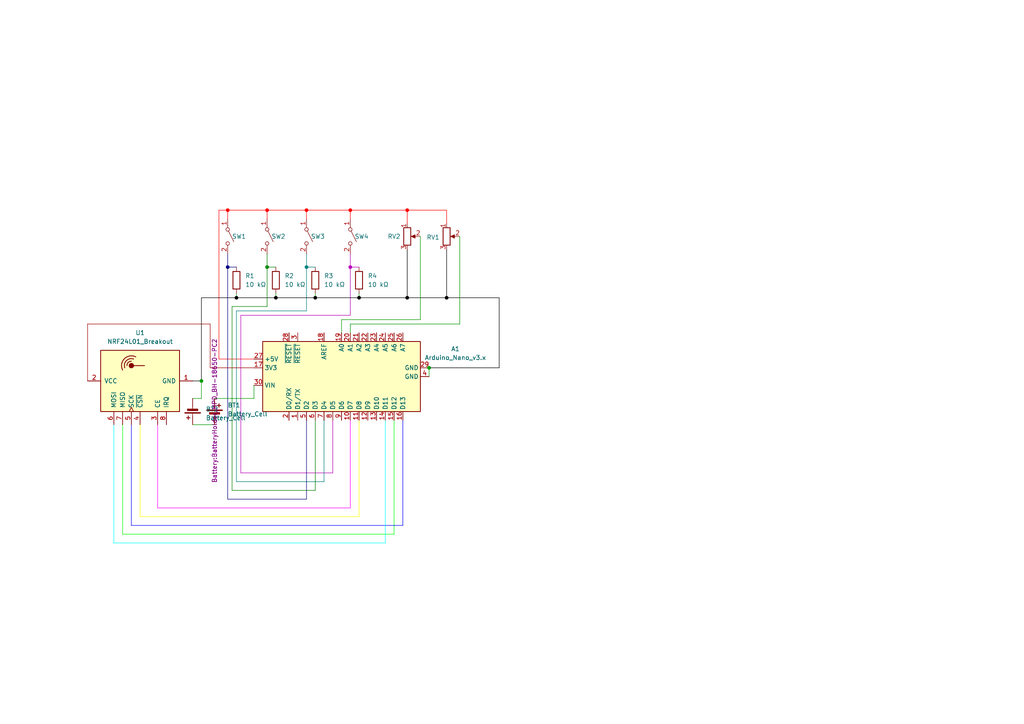
<source format=kicad_sch>
(kicad_sch (version 20250114) (generator "eeschema") (generator_version "9.0")
  (paper "A4")
  (lib_symbols
    (symbol "Device:Battery_Cell" (pin_numbers (hide yes)) (pin_names (offset 0) (hide yes))
      (property "Reference" "BT" (at 2.54 2.54 0))
      (property "Value" "Battery_Cell" (at 2.54 0 0))
      (symbol "Battery_Cell_0_1"
        (rectangle (start -2.286 1.778) (end 2.286 1.524) (fill (type outline)))
        (rectangle (start -1.524 1.016) (end 1.524 0.508) (fill (type outline)))
        (polyline (pts (xy 0 1.778) (xy 0 2.54)))
        (polyline (pts (xy 0 0.762) (xy 0 0)))
        (polyline (pts (xy 0.762 3.048) (xy 1.778 3.048)) (stroke (width 0.254)))
        (polyline (pts (xy 1.27 3.556) (xy 1.27 2.54)) (stroke (width 0.254)))
      )
      (symbol "Battery_Cell_1_1"
        (pin passive line (at 0 5.08 270) (length 2.54) (name "+") (number "1"))
        (pin passive line (at 0 -2.54 90) (length 2.54) (name "-") (number "2"))
      )
    )
    (symbol "Device:R" (pin_numbers (hide yes)) (pin_names (offset 0))
      (property "Reference" "R" (at 2.032 0 90))
      (property "Value" "R" (at 0 0 90))
      (symbol "R_0_1"
        (rectangle (start -1.016 -2.54) (end 1.016 2.54) (stroke (width 0.254)))
      )
      (symbol "R_1_1"
        (pin passive line (at 0 3.81 270) (length 1.27) (name "~") (number "1"))
        (pin passive line (at 0 -3.81 90) (length 1.27) (name "~") (number "2"))
      )
    )
    (symbol "Device:R_Potentiometer" (pin_names (offset 1.016) (hide yes))
      (property "Reference" "RV" (at -4.445 0 90))
      (property "Value" "R_Potentiometer" (at -2.54 0 90))
      (symbol "R_Potentiometer_0_1"
        (rectangle (start 1.016 2.54) (end -1.016 -2.54) (stroke (width 0.254)))
        (polyline (pts (xy 1.143 0) (xy 2.286 0.508) (xy 2.286 -0.508) (xy 1.143 0)) (fill (type outline)))
        (polyline (pts (xy 2.54 0) (xy 1.524 0)))
      )
      (symbol "R_Potentiometer_1_1"
        (pin passive line (at 0 3.81 270) (length 1.27) (name "1") (number "1"))
        (pin passive line (at 0 -3.81 90) (length 1.27) (name "3") (number "3"))
        (pin passive line (at 3.81 0 180) (length 1.27) (name "2") (number "2"))
      )
    )
    (symbol "MCU_Module:Arduino_Nano_v3.x"
      (property "Reference" "A" (at -10.16 23.495 0))
      (property "Value" "Arduino_Nano_v3.x" (at 5.08 -24.13 0))
      (symbol "Arduino_Nano_v3.x_0_1"
        (rectangle (start -10.16 22.86) (end 10.16 -22.86) (stroke (width 0.254)) (fill (type background)))
      )
      (symbol "Arduino_Nano_v3.x_1_1"
        (pin bidirectional line (at -12.7 15.24 0) (length 2.54) (name "D0/RX") (number "2"))
        (pin bidirectional line (at -12.7 12.7 0) (length 2.54) (name "D1/TX") (number "1"))
        (pin bidirectional line (at -12.7 10.16 0) (length 2.54) (name "D2") (number "5"))
        (pin bidirectional line (at -12.7 7.62 0) (length 2.54) (name "D3") (number "6"))
        (pin bidirectional line (at -12.7 5.08 0) (length 2.54) (name "D4") (number "7"))
        (pin bidirectional line (at -12.7 2.54 0) (length 2.54) (name "D5") (number "8"))
        (pin bidirectional line (at -12.7 0 0) (length 2.54) (name "D6") (number "9"))
        (pin bidirectional line (at -12.7 -2.54 0) (length 2.54) (name "D7") (number "10"))
        (pin bidirectional line (at -12.7 -5.08 0) (length 2.54) (name "D8") (number "11"))
        (pin bidirectional line (at -12.7 -7.62 0) (length 2.54) (name "D9") (number "12"))
        (pin bidirectional line (at -12.7 -10.16 0) (length 2.54) (name "D10") (number "13"))
        (pin bidirectional line (at -12.7 -12.7 0) (length 2.54) (name "D11") (number "14"))
        (pin bidirectional line (at -12.7 -15.24 0) (length 2.54) (name "D12") (number "15"))
        (pin bidirectional line (at -12.7 -17.78 0) (length 2.54) (name "D13") (number "16"))
        (pin power_in line (at -2.54 25.4 270) (length 2.54) (name "VIN") (number "30"))
        (pin power_in line (at 0 -25.4 90) (length 2.54) (name "GND") (number "4"))
        (pin power_out line (at 2.54 25.4 270) (length 2.54) (name "3V3") (number "17"))
        (pin power_in line (at 2.54 -25.4 90) (length 2.54) (name "GND") (number "29"))
        (pin power_out line (at 5.08 25.4 270) (length 2.54) (name "+5V") (number "27"))
        (pin input line (at 12.7 15.24 180) (length 2.54) (name "~{RESET}") (number "28"))
        (pin input line (at 12.7 12.7 180) (length 2.54) (name "~{RESET}") (number "3"))
        (pin input line (at 12.7 5.08 180) (length 2.54) (name "AREF") (number "18"))
        (pin bidirectional line (at 12.7 0 180) (length 2.54) (name "A0") (number "19"))
        (pin bidirectional line (at 12.7 -2.54 180) (length 2.54) (name "A1") (number "20"))
        (pin bidirectional line (at 12.7 -5.08 180) (length 2.54) (name "A2") (number "21"))
        (pin bidirectional line (at 12.7 -7.62 180) (length 2.54) (name "A3") (number "22"))
        (pin bidirectional line (at 12.7 -10.16 180) (length 2.54) (name "A4") (number "23"))
        (pin bidirectional line (at 12.7 -12.7 180) (length 2.54) (name "A5") (number "24"))
        (pin bidirectional line (at 12.7 -15.24 180) (length 2.54) (name "A6") (number "25"))
        (pin bidirectional line (at 12.7 -17.78 180) (length 2.54) (name "A7") (number "26"))
      )
    )
    (symbol "RF:NRF24L01_Breakout" (pin_names (offset 1.016))
      (property "Reference" "U" (at -8.89 12.7 0))
      (property "Value" "NRF24L01_Breakout" (at 3.81 12.7 0))
      (symbol "NRF24L01_Breakout_0_1"
        (rectangle (start -8.89 11.43) (end 8.89 -11.43) (stroke (width 0.254)) (fill (type background)))
        (arc (start 3.175 5.08) (mid 6.453 4.548) (end 6.985 1.27) (stroke (width 0.254)))
        (circle (center 4.445 2.54) (radius 0.635) (stroke (width 0.254)) (fill (type outline)))
        (polyline (pts (xy 4.445 1.905) (xy 4.445 -1.27)) (stroke (width 0.254)))
        (arc (start 3.81 4.445) (mid 5.8835 3.9785) (end 6.35 1.905) (stroke (width 0.254)))
        (arc (start 4.445 3.81) (mid 5.3558 3.4508) (end 5.715 2.54) (stroke (width 0.254)))
      )
      (symbol "NRF24L01_Breakout_1_1"
        (pin input line (at -12.7 7.62 0) (length 3.81) (name "MOSI") (number "6"))
        (pin output line (at -12.7 5.08 0) (length 3.81) (name "MISO") (number "7"))
        (pin input clock (at -12.7 2.54 0) (length 3.81) (name "SCK") (number "5"))
        (pin input line (at -12.7 0 0) (length 3.81) (name "~{CSN}") (number "4"))
        (pin input line (at -12.7 -5.08 0) (length 3.81) (name "CE") (number "3"))
        (pin output line (at -12.7 -7.62 0) (length 3.81) (name "IRQ") (number "8"))
        (pin power_in line (at 0 15.24 270) (length 3.81) (name "VCC") (number "2"))
        (pin power_in line (at 0 -15.24 90) (length 3.81) (name "GND") (number "1"))
      )
    )
    (symbol "Switch:SW_SPST" (pin_names (offset 0) (hide yes))
      (property "Reference" "SW" (at 0 3.175 0))
      (property "Value" "SW_SPST" (at 0 -2.54 0))
      (symbol "SW_SPST_0_0"
        (circle (center -2.032 0) (radius 0.508))
        (polyline (pts (xy -1.524 0.254) (xy 1.524 1.778)))
        (circle (center 2.032 0) (radius 0.508))
      )
      (symbol "SW_SPST_1_1"
        (pin passive line (at -5.08 0 0) (length 2.54) (name "A") (number "1"))
        (pin passive line (at 5.08 0 180) (length 2.54) (name "B") (number "2"))
      )
    )
  )
  (junction (at 101.6 77.47) (color 180 0 180 1))
  (junction (at 80.01 86.36) (color 1 1 1 1))
  (junction (at 118.11 86.36) (color 1 1 1 1))
  (junction (at 129.54 86.36) (color 1 1 1 1))
  (junction (at 118.11 60.96) (color 255 0 0 1))
  (junction (at 104.14 86.36) (color 1 1 1 1))
  (junction (at 101.6 60.96) (color 255 0 0 1))
  (junction (at 88.9 60.96) (color 255 0 0 1))
  (junction (at 77.47 77.47) (color 0 125 0 1))
  (junction (at 77.47 60.96) (color 255 0 0 1))
  (junction (at 88.9 77.47) (color 0 125 125 1))
  (junction (at 66.04 60.96) (color 255 0 0 1))
  (junction (at 66.04 77.47) (color 0 0 125 1))
  (junction (at 68.58 86.36) (color 1 1 1 1))
  (junction (at 58.42 110.49))
  (junction (at 124.46 106.68))
  (junction (at 91.44 86.36) (color 1 1 1 1))
  (wire (pts (xy 62.23 115.57) (xy 73.66 115.57)))
  (wire (pts (xy 38.1 152.4) (xy 116.84 152.4)) (stroke (width 0) (color 0 0 255 1)))
  (wire (pts (xy 129.54 72.39) (xy 129.54 86.36)) (stroke (width 0) (color 1 1 1 1)))
  (wire (pts (xy 77.47 88.9) (xy 67.31 88.9)) (stroke (width 0) (color 0 125 0 1)))
  (wire (pts (xy 67.31 88.9) (xy 67.31 142.24)) (stroke (width 0) (color 0 125 0 1)))
  (wire (pts (xy 129.54 64.77) (xy 129.54 60.96)) (stroke (width 0) (color 255 0 0 1)))
  (wire (pts (xy 68.58 139.7) (xy 93.98 139.7)) (stroke (width 0) (color 0 125 125 1)))
  (wire (pts (xy 66.04 73.66) (xy 66.04 77.47)) (stroke (width 0) (color 0 0 125 1)))
  (wire (pts (xy 101.6 77.47) (xy 101.6 91.44)) (stroke (width 0) (color 180 0 180 1)))
  (wire (pts (xy 63.5 60.96) (xy 63.5 104.14)) (stroke (width 0) (color 255 0 0 1)))
  (wire (pts (xy 80.01 86.36) (xy 91.44 86.36)) (stroke (width 0) (color 1 1 1 1)))
  (wire (pts (xy 60.96 106.68) (xy 60.96 93.98)) (stroke (width 0) (color 160 0 0 1)))
  (wire (pts (xy 58.42 86.36) (xy 68.58 86.36)) (stroke (width 0) (color 1 1 1 1)))
  (wire (pts (xy 91.44 85.09) (xy 91.44 86.36)))
  (wire (pts (xy 55.88 115.57) (xy 58.42 115.57)))
  (wire (pts (xy 66.04 60.96) (xy 77.47 60.96)) (stroke (width 0) (color 255 0 0 1)))
  (wire (pts (xy 58.42 110.49) (xy 55.88 110.49)) (stroke (width 0) (color 1 1 1 1)))
  (wire (pts (xy 118.11 60.96) (xy 129.54 60.96)) (stroke (width 0) (color 255 0 0 1)))
  (wire (pts (xy 35.56 154.94) (xy 114.3 154.94)) (stroke (width 0) (color 0 255 0 1)))
  (wire (pts (xy 25.4 93.98) (xy 25.4 110.49)) (stroke (width 0) (color 160 0 0 1)))
  (wire (pts (xy 77.47 60.96) (xy 88.9 60.96)) (stroke (width 0) (color 255 0 0 1)))
  (wire (pts (xy 66.04 77.47) (xy 68.58 77.47)) (stroke (width 0) (color 0 0 125 1)))
  (wire (pts (xy 91.44 86.36) (xy 104.14 86.36)) (stroke (width 0) (color 1 1 1 1)))
  (wire (pts (xy 88.9 73.66) (xy 88.9 77.47)) (stroke (width 0) (color 0 125 125 1)))
  (wire (pts (xy 101.6 73.66) (xy 101.6 77.47)) (stroke (width 0) (color 180 0 180 1)))
  (wire (pts (xy 45.72 147.32) (xy 101.6 147.32)) (stroke (width 0) (color 255 0 255 1)))
  (wire (pts (xy 73.66 104.14) (xy 63.5 104.14)) (stroke (width 0) (color 255 0 0 1)))
  (wire (pts (xy 116.84 152.4) (xy 116.84 121.92)) (stroke (width 0) (color 0 0 255 1)))
  (wire (pts (xy 88.9 77.47) (xy 91.44 77.47)) (stroke (width 0) (color 0 125 125 1)))
  (wire (pts (xy 101.6 60.96) (xy 101.6 63.5)) (stroke (width 0) (color 255 0 0 1)))
  (wire (pts (xy 96.52 137.16) (xy 96.52 121.92)) (stroke (width 0) (color 180 0 180 1)))
  (wire (pts (xy 133.35 93.98) (xy 101.6 93.98)))
  (wire (pts (xy 88.9 60.96) (xy 101.6 60.96)) (stroke (width 0) (color 255 0 0 1)))
  (wire (pts (xy 68.58 86.36) (xy 80.01 86.36)) (stroke (width 0) (color 1 1 1 1)))
  (wire (pts (xy 114.3 121.92) (xy 114.3 154.94)) (stroke (width 0) (color 0 255 0 1)))
  (wire (pts (xy 88.9 90.17) (xy 68.58 90.17)) (stroke (width 0) (color 0 125 125 1)))
  (wire (pts (xy 93.98 139.7) (xy 93.98 121.92)) (stroke (width 0) (color 0 125 125 1)))
  (wire (pts (xy 58.42 110.49) (xy 58.42 86.36)) (stroke (width 0) (color 1 1 1 1)))
  (wire (pts (xy 88.9 77.47) (xy 88.9 90.17)) (stroke (width 0) (color 0 125 125 1)))
  (wire (pts (xy 80.01 85.09) (xy 80.01 86.36)))
  (wire (pts (xy 104.14 86.36) (xy 118.11 86.36)) (stroke (width 0) (color 1 1 1 1)))
  (wire (pts (xy 58.42 110.49) (xy 58.42 115.57)))
  (wire (pts (xy 66.04 77.47) (xy 66.04 144.78)) (stroke (width 0) (color 0 0 125 1)))
  (wire (pts (xy 101.6 60.96) (xy 118.11 60.96)) (stroke (width 0) (color 255 0 0 1)))
  (wire (pts (xy 69.85 137.16) (xy 96.52 137.16)) (stroke (width 0) (color 180 0 180 1)))
  (wire (pts (xy 77.47 77.47) (xy 77.47 88.9)) (stroke (width 0) (color 0 125 0 1)))
  (wire (pts (xy 77.47 73.66) (xy 77.47 77.47)) (stroke (width 0) (color 0 125 0 1)))
  (wire (pts (xy 124.46 106.68) (xy 124.46 109.22)))
  (wire (pts (xy 60.96 93.98) (xy 25.4 93.98)) (stroke (width 0) (color 160 0 0 1)))
  (wire (pts (xy 118.11 60.96) (xy 118.11 64.77)) (stroke (width 0) (color 255 0 0 1)))
  (wire (pts (xy 101.6 121.92) (xy 101.6 147.32)) (stroke (width 0) (color 255 0 255 1)))
  (wire (pts (xy 101.6 77.47) (xy 104.14 77.47)) (stroke (width 0) (color 180 0 180 1)))
  (wire (pts (xy 111.76 121.92) (xy 111.76 157.48)) (stroke (width 0) (color 0 255 255 1)))
  (wire (pts (xy 69.85 91.44) (xy 69.85 137.16)) (stroke (width 0) (color 180 0 180 1)))
  (wire (pts (xy 133.35 68.58) (xy 133.35 93.98)))
  (wire (pts (xy 129.54 86.36) (xy 144.78 86.36)) (stroke (width 0) (color 1 1 1 1)))
  (wire (pts (xy 33.02 157.48) (xy 111.76 157.48)) (stroke (width 0) (color 0 255 255 1)))
  (wire (pts (xy 73.66 115.57) (xy 73.66 111.76)))
  (wire (pts (xy 40.64 149.86) (xy 104.14 149.86)) (stroke (width 0) (color 255 255 0 1)))
  (wire (pts (xy 144.78 86.36) (xy 144.78 106.68)) (stroke (width 0) (color 1 1 1 1)))
  (wire (pts (xy 91.44 142.24) (xy 91.44 121.92)) (stroke (width 0) (color 0 125 0 1)))
  (wire (pts (xy 88.9 60.96) (xy 88.9 63.5)) (stroke (width 0) (color 255 0 0 1)))
  (wire (pts (xy 99.06 92.71) (xy 99.06 96.52)))
  (wire (pts (xy 88.9 144.78) (xy 88.9 121.92)) (stroke (width 0) (color 0 0 125 1)))
  (wire (pts (xy 66.04 144.78) (xy 88.9 144.78)) (stroke (width 0) (color 0 0 125 1)))
  (wire (pts (xy 121.92 68.58) (xy 121.92 92.71)))
  (wire (pts (xy 67.31 142.24) (xy 91.44 142.24)) (stroke (width 0) (color 0 125 0 1)))
  (wire (pts (xy 104.14 85.09) (xy 104.14 86.36)))
  (wire (pts (xy 68.58 85.09) (xy 68.58 86.36)))
  (wire (pts (xy 104.14 149.86) (xy 104.14 121.92)) (stroke (width 0) (color 255 255 0 1)))
  (wire (pts (xy 38.1 123.19) (xy 38.1 152.4)) (stroke (width 0) (color 0 0 255 1)))
  (wire (pts (xy 101.6 93.98) (xy 101.6 96.52)))
  (wire (pts (xy 121.92 92.71) (xy 99.06 92.71)))
  (wire (pts (xy 40.64 123.19) (xy 40.64 149.86)) (stroke (width 0) (color 255 255 0 1)))
  (wire (pts (xy 66.04 60.96) (xy 66.04 63.5)) (stroke (width 0) (color 255 0 0 1)))
  (wire (pts (xy 118.11 72.39) (xy 118.11 86.36)) (stroke (width 0) (color 1 1 1 1)))
  (wire (pts (xy 68.58 90.17) (xy 68.58 139.7)) (stroke (width 0) (color 0 125 125 1)))
  (wire (pts (xy 101.6 91.44) (xy 69.85 91.44)) (stroke (width 0) (color 180 0 180 1)))
  (wire (pts (xy 73.66 106.68) (xy 60.96 106.68)) (stroke (width 0) (color 160 0 0 1)))
  (wire (pts (xy 63.5 60.96) (xy 66.04 60.96)) (stroke (width 0) (color 255 0 0 1)))
  (wire (pts (xy 77.47 60.96) (xy 77.47 63.5)) (stroke (width 0) (color 255 0 0 1)))
  (wire (pts (xy 77.47 77.47) (xy 80.01 77.47)) (stroke (width 0) (color 0 125 0 1)))
  (wire (pts (xy 55.88 123.19) (xy 62.23 123.19)))
  (wire (pts (xy 33.02 123.19) (xy 33.02 157.48)) (stroke (width 0) (color 0 255 255 1)))
  (wire (pts (xy 144.78 106.68) (xy 124.46 106.68)) (stroke (width 0) (color 1 1 1 1)))
  (wire (pts (xy 118.11 86.36) (xy 129.54 86.36)) (stroke (width 0) (color 1 1 1 1)))
  (wire (pts (xy 35.56 123.19) (xy 35.56 154.94)) (stroke (width 0) (color 0 255 0 1)))
  (wire (pts (xy 45.72 123.19) (xy 45.72 147.32)) (stroke (width 0) (color 255 0 255 1)))
  (symbol (lib_id "Device:R_Potentiometer") (at 129.54 68.58 0) (unit 1)
    (property "Reference" "RV1" (at 127.508 68.834 0) (effects (justify right)))
    (property "Value" "R_Potentiometer" (effects (hide yes)))
    (property "Footprint" "CustomElements:PotentiometerSlider88mm" (effects (hide yes)))
    (property "Description" "Potentiometer" (effects (hide yes)))
  )
  (symbol (lib_id "Switch:SW_SPST") (at 66.04 68.58 270) (unit 1)
    (property "Reference" "SW1" (at 69.342 68.58 90))
    (property "Value" "SW_SPST" (effects (hide yes)))
    (property "Footprint" "Button_Switch_THT:SW_PUSH_6mm" (effects (hide yes)))
    (property "Description" "Single Pole Single Throw (SPST) switch" (effects (hide yes)))
  )
  (symbol (lib_id "Switch:SW_SPST") (at 101.6 68.58 270) (unit 1)
    (property "Reference" "SW4" (at 104.902 68.58 90))
    (property "Value" "SW_SPST" (effects (hide yes)))
    (property "Footprint" "Button_Switch_THT:SW_PUSH_6mm" (effects (hide yes)))
    (property "Description" "Single Pole Single Throw (SPST) switch" (effects (hide yes)))
  )
  (symbol (lib_id "Device:R") (at 68.58 81.28 0) (unit 1)
    (property "Reference" "R1" (at 71.12 80.0099 0) (effects (justify left)))
    (property "Value" "10 kΩ" (at 71.12 82.5499 0) (effects (justify left)))
    (property "Footprint" "Resistor_THT:R_Axial_DIN0204_L3.6mm_D1.6mm_P7.62mm_Horizontal" (effects (hide yes)))
    (property "Description" "Resistor" (effects (hide yes)))
  )
  (symbol (lib_id "RF:NRF24L01_Breakout") (at 40.64 110.49 90) (unit 1)
    (property "Reference" "U1" (at 40.64 96.52 90))
    (property "Value" "NRF24L01_Breakout" (at 40.64 99.06 90))
    (property "Footprint" "RF_Module:nRF24L01_Breakout" (effects (hide yes)))
    (property "Datasheet" "http://www.nordicsemi.com/eng/content/download/2730/34105/file/nRF24L01_Product_Specification_v2_0.pdf" (effects (hide yes)))
    (property "Description" "Ultra low power 2.4GHz RF Transceiver, Carrier PCB" (effects (hide yes)))
  )
  (symbol (lib_id "MCU_Module:Arduino_Nano_v3.x") (at 99.06 109.22 90) (unit 1)
    (property "Reference" "A1" (at 132.08 101.1838 90))
    (property "Value" "Arduino_Nano_v3.x" (at 132.08 103.7238 90))
    (property "Footprint" "Module:Arduino_Nano" (effects (hide yes)))
    (property "Datasheet" "http://www.mouser.com/pdfdocs/Gravitech_Arduino_Nano3_0.pdf" (effects (hide yes)))
    (property "Description" "Arduino Nano v3.x" (effects (hide yes)))
  )
  (symbol (lib_id "Device:R") (at 80.01 81.28 0) (unit 1)
    (property "Reference" "R2" (at 82.55 80.0099 0) (effects (justify left)))
    (property "Value" "10 kΩ" (at 82.55 82.5499 0) (effects (justify left)))
    (property "Footprint" "Resistor_THT:R_Axial_DIN0204_L3.6mm_D1.6mm_P7.62mm_Horizontal" (effects (hide yes)))
    (property "Description" "Resistor" (effects (hide yes)))
  )
  (symbol (lib_id "Switch:SW_SPST") (at 77.47 68.58 270) (unit 1)
    (property "Reference" "SW2" (at 80.772 68.58 90))
    (property "Value" "SW_SPST" (effects (hide yes)))
    (property "Footprint" "Button_Switch_THT:SW_PUSH_6mm" (effects (hide yes)))
    (property "Description" "Single Pole Single Throw (SPST) switch" (effects (hide yes)))
  )
  (symbol (lib_id "Device:Battery_Cell") (at 55.88 118.11 180) (unit 1)
    (property "Reference" "BT2" (at 59.69 118.6814 0) (effects (justify right)))
    (property "Value" "Battery_Cell" (at 59.69 121.2214 0) (effects (justify right)))
    (property "Footprint" "Battery:BatteryHolder_MPD_BH-18650-PC2" (effects (hide yes)))
    (property "Description" "Single-cell battery" (effects (hide yes)))
  )
  (symbol (lib_id "Device:R") (at 91.44 81.28 0) (unit 1)
    (property "Reference" "R3" (at 93.98 80.0099 0) (effects (justify left)))
    (property "Value" "10 kΩ" (at 93.98 82.5499 0) (effects (justify left)))
    (property "Footprint" "Resistor_THT:R_Axial_DIN0204_L3.6mm_D1.6mm_P7.62mm_Horizontal" (effects (hide yes)))
    (property "Description" "Resistor" (effects (hide yes)))
  )
  (symbol (lib_id "Device:R") (at 104.14 81.28 0) (unit 1)
    (property "Reference" "R4" (at 106.68 80.0099 0) (effects (justify left)))
    (property "Value" "10 kΩ" (at 106.68 82.5499 0) (effects (justify left)))
    (property "Footprint" "Resistor_THT:R_Axial_DIN0204_L3.6mm_D1.6mm_P7.62mm_Horizontal" (effects (hide yes)))
    (property "Description" "Resistor" (effects (hide yes)))
  )
  (symbol (lib_id "Switch:SW_SPST") (at 88.9 68.58 270) (unit 1)
    (property "Reference" "SW3" (at 92.202 68.58 90))
    (property "Value" "SW_SPST" (effects (hide yes)))
    (property "Footprint" "Button_Switch_THT:SW_PUSH_6mm" (effects (hide yes)))
    (property "Description" "Single Pole Single Throw (SPST) switch" (effects (hide yes)))
  )
  (symbol (lib_id "Device:R_Potentiometer") (at 118.11 68.58 0) (unit 1)
    (property "Reference" "RV2" (at 114.3 68.58 0))
    (property "Value" "R_Potentiometer" (effects (hide yes)))
    (property "Footprint" "CustomElements:PotentiometerSlider88mm" (effects (hide yes)))
    (property "Description" "Potentiometer" (effects (hide yes)))
  )
  (symbol (lib_id "Device:Battery_Cell") (at 62.23 120.65 0) (unit 1)
    (property "Reference" "BT1" (at 66.04 117.5384 0) (effects (justify left)))
    (property "Value" "Battery_Cell" (at 66.04 120.0784 0) (effects (justify left)))
    (property "Footprint" "Battery:BatteryHolder_MPD_BH-18650-PC2" (at 62.23 119.126 90))
    (property "Description" "Single-cell battery" (effects (hide yes)))
  )
)
</source>
